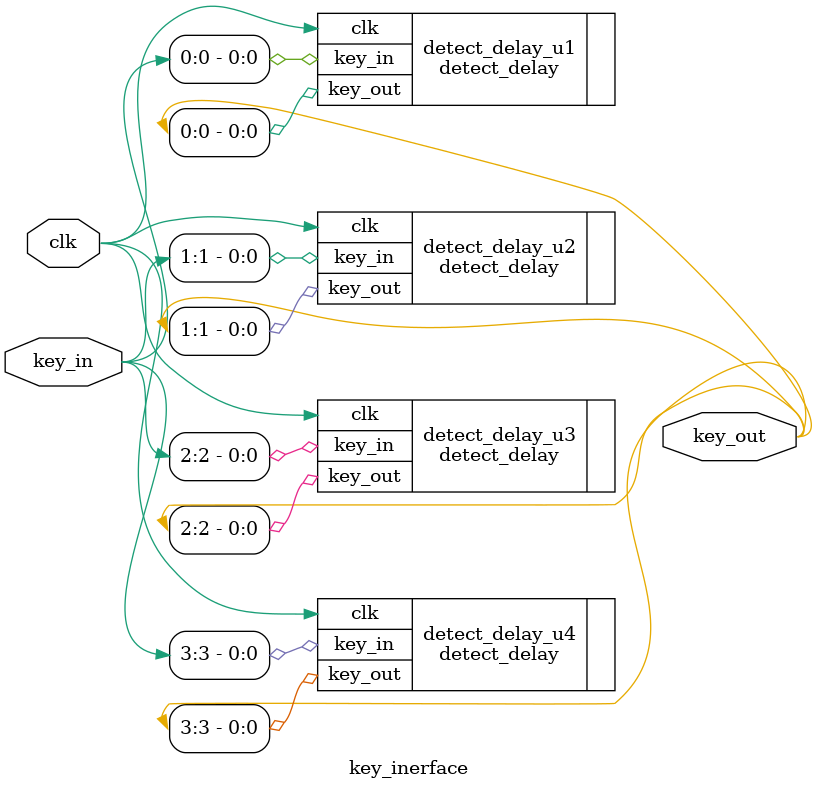
<source format=v>
module key_inerface(
    input clk,
    input [3:0]key_in,
    output [3:0]key_out
);


detect_delay detect_delay_u1(
    .clk(clk),    
    .key_in(key_in[0]),
    .key_out(key_out[0])
);

detect_delay detect_delay_u2(
    .clk(clk),    
    .key_in(key_in[1]),
    .key_out(key_out[1])
);

detect_delay detect_delay_u3(
    .clk(clk),    
    .key_in(key_in[2]),
    .key_out(key_out[2])
);

detect_delay detect_delay_u4(
    .clk(clk),    
    .key_in(key_in[3]),
    .key_out(key_out[3])
);

endmodule
</source>
